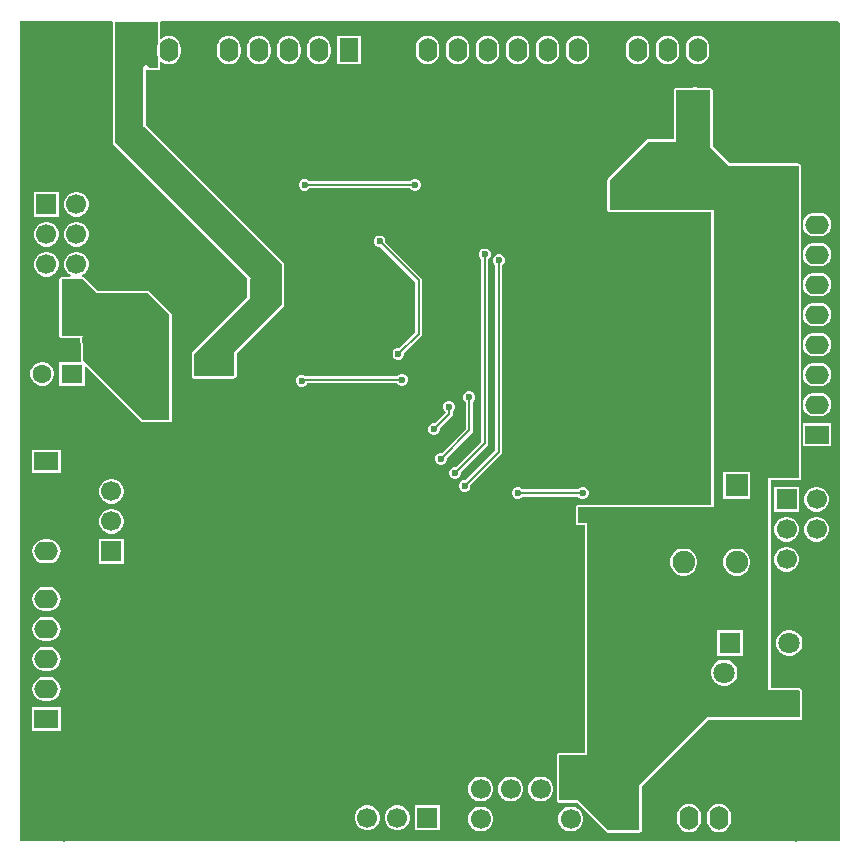
<source format=gbl>
G04*
G04 #@! TF.GenerationSoftware,Altium Limited,Altium Designer,25.0.2 (28)*
G04*
G04 Layer_Physical_Order=2*
G04 Layer_Color=16711680*
%FSLAX44Y44*%
%MOMM*%
G71*
G04*
G04 #@! TF.SameCoordinates,97E3B359-2EC6-4E4D-9D72-6E8A3178B65A*
G04*
G04*
G04 #@! TF.FilePolarity,Positive*
G04*
G01*
G75*
%ADD13C,0.2000*%
%ADD37R,2.0000X1.6000*%
%ADD38O,2.0000X1.6000*%
%ADD39R,1.6000X2.0000*%
%ADD40O,1.6000X2.0000*%
%ADD41C,1.9000*%
%ADD42R,1.9000X1.9000*%
%ADD43R,1.8000X1.8000*%
%ADD44C,1.8000*%
%ADD45C,1.7000*%
%ADD46R,1.7000X1.7000*%
%ADD47R,1.7000X1.7000*%
%ADD48C,7.4000*%
%ADD49R,1.8000X1.6000*%
%ADD50C,1.6000*%
%ADD51C,0.6000*%
G36*
X697000Y696000D02*
Y3000D01*
X3000D01*
Y698000D01*
X79865D01*
X80961Y697000D01*
Y595272D01*
X80961Y595272D01*
X81116Y594491D01*
X81558Y593830D01*
X81558Y593830D01*
X195178Y480210D01*
X195117Y480119D01*
X195101Y480033D01*
X195059Y479957D01*
X195024Y479646D01*
X194964Y479338D01*
X194989Y463813D01*
X148558Y417382D01*
X148116Y416720D01*
X147961Y415940D01*
Y397000D01*
X148116Y396220D01*
X148558Y395558D01*
X149220Y395116D01*
X150000Y394961D01*
X183000D01*
X183000Y394961D01*
X183780Y395116D01*
X184442Y395558D01*
X184442Y395558D01*
X185442Y396558D01*
X185884Y397220D01*
X186039Y398000D01*
Y416155D01*
X225442Y455558D01*
X225884Y456220D01*
X226039Y457000D01*
Y480000D01*
Y492000D01*
X226039Y492000D01*
X225884Y492780D01*
X225442Y493442D01*
X109039Y609845D01*
Y656418D01*
X110212Y656904D01*
X110558Y656558D01*
X111220Y656116D01*
X112000Y655961D01*
X119000D01*
X119780Y656116D01*
X120442Y656558D01*
X120884Y657220D01*
X121039Y658000D01*
Y662596D01*
X122309Y663222D01*
X123557Y662265D01*
X125990Y661257D01*
X128600Y660914D01*
X131210Y661257D01*
X133643Y662265D01*
X135732Y663868D01*
X137335Y665957D01*
X138343Y668390D01*
X138686Y671000D01*
Y675000D01*
X138343Y677611D01*
X137335Y680043D01*
X135732Y682132D01*
X133643Y683735D01*
X131210Y684743D01*
X128600Y685086D01*
X125990Y684743D01*
X123557Y683735D01*
X122309Y682778D01*
X121039Y683404D01*
Y697000D01*
X122135Y698000D01*
X695000D01*
X697000Y696000D01*
D02*
G37*
G36*
X93000Y697000D02*
X119000D01*
Y677955D01*
X118857Y677611D01*
X118514Y675000D01*
Y671000D01*
X118857Y668390D01*
X119000Y668045D01*
Y658000D01*
X112000D01*
X109000Y661000D01*
X107000Y659000D01*
Y609000D01*
X224000Y492000D01*
Y480000D01*
Y457000D01*
X184000Y417000D01*
Y398000D01*
X183000Y397000D01*
X150000D01*
Y415940D01*
X197030Y462970D01*
X197003Y479342D01*
X198272Y480000D01*
X83000Y595272D01*
Y697000D01*
X93000D01*
X93000Y697000D01*
D02*
G37*
%LPC*%
G36*
X291000Y685000D02*
X271000D01*
Y661000D01*
X291000D01*
Y685000D01*
D02*
G37*
G36*
X255600Y685086D02*
X252990Y684743D01*
X250557Y683735D01*
X248468Y682132D01*
X246865Y680043D01*
X245857Y677611D01*
X245514Y675000D01*
Y671000D01*
X245857Y668390D01*
X246865Y665957D01*
X248468Y663868D01*
X250557Y662265D01*
X252990Y661257D01*
X255600Y660914D01*
X258211Y661257D01*
X260643Y662265D01*
X262732Y663868D01*
X264335Y665957D01*
X265343Y668390D01*
X265686Y671000D01*
Y675000D01*
X265343Y677611D01*
X264335Y680043D01*
X262732Y682132D01*
X260643Y683735D01*
X258211Y684743D01*
X255600Y685086D01*
D02*
G37*
G36*
X230200D02*
X227589Y684743D01*
X225157Y683735D01*
X223068Y682132D01*
X221465Y680043D01*
X220457Y677611D01*
X220114Y675000D01*
Y671000D01*
X220457Y668390D01*
X221465Y665957D01*
X223068Y663868D01*
X225157Y662265D01*
X227589Y661257D01*
X230200Y660914D01*
X232810Y661257D01*
X235243Y662265D01*
X237332Y663868D01*
X238935Y665957D01*
X239943Y668390D01*
X240286Y671000D01*
Y675000D01*
X239943Y677611D01*
X238935Y680043D01*
X237332Y682132D01*
X235243Y683735D01*
X232810Y684743D01*
X230200Y685086D01*
D02*
G37*
G36*
X204800D02*
X202190Y684743D01*
X199757Y683735D01*
X197668Y682132D01*
X196065Y680043D01*
X195057Y677611D01*
X194714Y675000D01*
Y671000D01*
X195057Y668390D01*
X196065Y665957D01*
X197668Y663868D01*
X199757Y662265D01*
X202190Y661257D01*
X204800Y660914D01*
X207411Y661257D01*
X209843Y662265D01*
X211932Y663868D01*
X213535Y665957D01*
X214543Y668390D01*
X214886Y671000D01*
Y675000D01*
X214543Y677611D01*
X213535Y680043D01*
X211932Y682132D01*
X209843Y683735D01*
X207411Y684743D01*
X204800Y685086D01*
D02*
G37*
G36*
X179400D02*
X176789Y684743D01*
X174357Y683735D01*
X172268Y682132D01*
X170665Y680043D01*
X169657Y677611D01*
X169314Y675000D01*
Y671000D01*
X169657Y668390D01*
X170665Y665957D01*
X172268Y663868D01*
X174357Y662265D01*
X176789Y661257D01*
X179400Y660914D01*
X182010Y661257D01*
X184443Y662265D01*
X186532Y663868D01*
X188135Y665957D01*
X189143Y668390D01*
X189486Y671000D01*
Y675000D01*
X189143Y677611D01*
X188135Y680043D01*
X186532Y682132D01*
X184443Y683735D01*
X182010Y684743D01*
X179400Y685086D01*
D02*
G37*
G36*
X576200Y685086D02*
X573590Y684743D01*
X571157Y683735D01*
X569068Y682132D01*
X567465Y680043D01*
X566457Y677610D01*
X566114Y675000D01*
Y671000D01*
X566457Y668389D01*
X567465Y665957D01*
X569068Y663868D01*
X571157Y662265D01*
X573590Y661257D01*
X576200Y660914D01*
X578811Y661257D01*
X581243Y662265D01*
X583332Y663868D01*
X584935Y665957D01*
X585943Y668389D01*
X586286Y671000D01*
Y675000D01*
X585943Y677610D01*
X584935Y680043D01*
X583332Y682132D01*
X581243Y683735D01*
X578811Y684743D01*
X576200Y685086D01*
D02*
G37*
G36*
X550800D02*
X548190Y684743D01*
X545757Y683735D01*
X543668Y682132D01*
X542065Y680043D01*
X541057Y677610D01*
X540714Y675000D01*
Y671000D01*
X541057Y668389D01*
X542065Y665957D01*
X543668Y663868D01*
X545757Y662265D01*
X548190Y661257D01*
X550800Y660914D01*
X553410Y661257D01*
X555843Y662265D01*
X557932Y663868D01*
X559535Y665957D01*
X560543Y668389D01*
X560886Y671000D01*
Y675000D01*
X560543Y677610D01*
X559535Y680043D01*
X557932Y682132D01*
X555843Y683735D01*
X553410Y684743D01*
X550800Y685086D01*
D02*
G37*
G36*
X525400D02*
X522789Y684743D01*
X520357Y683735D01*
X518268Y682132D01*
X516665Y680043D01*
X515657Y677610D01*
X515314Y675000D01*
Y671000D01*
X515657Y668389D01*
X516665Y665957D01*
X518268Y663868D01*
X520357Y662265D01*
X522789Y661257D01*
X525400Y660914D01*
X528010Y661257D01*
X530443Y662265D01*
X532532Y663868D01*
X534135Y665957D01*
X535143Y668389D01*
X535486Y671000D01*
Y675000D01*
X535143Y677610D01*
X534135Y680043D01*
X532532Y682132D01*
X530443Y683735D01*
X528010Y684743D01*
X525400Y685086D01*
D02*
G37*
G36*
X474600D02*
X471990Y684743D01*
X469557Y683735D01*
X467468Y682132D01*
X465865Y680043D01*
X464857Y677610D01*
X464514Y675000D01*
Y671000D01*
X464857Y668389D01*
X465865Y665957D01*
X467468Y663868D01*
X469557Y662265D01*
X471990Y661257D01*
X474600Y660914D01*
X477211Y661257D01*
X479643Y662265D01*
X481732Y663868D01*
X483335Y665957D01*
X484343Y668389D01*
X484686Y671000D01*
Y675000D01*
X484343Y677610D01*
X483335Y680043D01*
X481732Y682132D01*
X479643Y683735D01*
X477211Y684743D01*
X474600Y685086D01*
D02*
G37*
G36*
X449200D02*
X446590Y684743D01*
X444157Y683735D01*
X442068Y682132D01*
X440465Y680043D01*
X439457Y677610D01*
X439114Y675000D01*
Y671000D01*
X439457Y668389D01*
X440465Y665957D01*
X442068Y663868D01*
X444157Y662265D01*
X446590Y661257D01*
X449200Y660914D01*
X451810Y661257D01*
X454243Y662265D01*
X456332Y663868D01*
X457935Y665957D01*
X458943Y668389D01*
X459286Y671000D01*
Y675000D01*
X458943Y677610D01*
X457935Y680043D01*
X456332Y682132D01*
X454243Y683735D01*
X451810Y684743D01*
X449200Y685086D01*
D02*
G37*
G36*
X423800D02*
X421189Y684743D01*
X418757Y683735D01*
X416668Y682132D01*
X415065Y680043D01*
X414057Y677610D01*
X413714Y675000D01*
Y671000D01*
X414057Y668389D01*
X415065Y665957D01*
X416668Y663868D01*
X418757Y662265D01*
X421189Y661257D01*
X423800Y660914D01*
X426410Y661257D01*
X428843Y662265D01*
X430932Y663868D01*
X432535Y665957D01*
X433543Y668389D01*
X433886Y671000D01*
Y675000D01*
X433543Y677610D01*
X432535Y680043D01*
X430932Y682132D01*
X428843Y683735D01*
X426410Y684743D01*
X423800Y685086D01*
D02*
G37*
G36*
X398400D02*
X395789Y684743D01*
X393357Y683735D01*
X391268Y682132D01*
X389665Y680043D01*
X388657Y677610D01*
X388314Y675000D01*
Y671000D01*
X388657Y668389D01*
X389665Y665957D01*
X391268Y663868D01*
X393357Y662265D01*
X395789Y661257D01*
X398400Y660914D01*
X401011Y661257D01*
X403443Y662265D01*
X405532Y663868D01*
X407135Y665957D01*
X408143Y668389D01*
X408486Y671000D01*
Y675000D01*
X408143Y677610D01*
X407135Y680043D01*
X405532Y682132D01*
X403443Y683735D01*
X401011Y684743D01*
X398400Y685086D01*
D02*
G37*
G36*
X373000D02*
X370390Y684743D01*
X367957Y683735D01*
X365868Y682132D01*
X364265Y680043D01*
X363257Y677610D01*
X362914Y675000D01*
Y671000D01*
X363257Y668389D01*
X364265Y665957D01*
X365868Y663868D01*
X367957Y662265D01*
X370390Y661257D01*
X373000Y660914D01*
X375611Y661257D01*
X378043Y662265D01*
X380132Y663868D01*
X381735Y665957D01*
X382743Y668389D01*
X383086Y671000D01*
Y675000D01*
X382743Y677610D01*
X381735Y680043D01*
X380132Y682132D01*
X378043Y683735D01*
X375611Y684743D01*
X373000Y685086D01*
D02*
G37*
G36*
X347600D02*
X344990Y684743D01*
X342557Y683735D01*
X340468Y682132D01*
X338865Y680043D01*
X337857Y677610D01*
X337514Y675000D01*
Y671000D01*
X337857Y668389D01*
X338865Y665957D01*
X340468Y663868D01*
X342557Y662265D01*
X344990Y661257D01*
X347600Y660914D01*
X350210Y661257D01*
X352643Y662265D01*
X354732Y663868D01*
X356335Y665957D01*
X357343Y668389D01*
X357686Y671000D01*
Y675000D01*
X357343Y677610D01*
X356335Y680043D01*
X354732Y682132D01*
X352643Y683735D01*
X350210Y684743D01*
X347600Y685086D01*
D02*
G37*
G36*
X337995Y564000D02*
X336005D01*
X334168Y563239D01*
X332900Y561971D01*
X247592D01*
X246412Y563151D01*
X244574Y563913D01*
X242585D01*
X240747Y563151D01*
X239341Y561745D01*
X238580Y559907D01*
Y557918D01*
X239341Y556080D01*
X240747Y554674D01*
X242585Y553913D01*
X244574D01*
X246412Y554674D01*
X247592Y555854D01*
X333075D01*
X334168Y554761D01*
X336005Y554000D01*
X337995D01*
X339832Y554761D01*
X341239Y556168D01*
X342000Y558005D01*
Y559995D01*
X341239Y561832D01*
X339832Y563239D01*
X337995Y564000D01*
D02*
G37*
G36*
X51782Y553000D02*
X49018D01*
X46347Y552284D01*
X43953Y550902D01*
X41998Y548947D01*
X40616Y546553D01*
X39900Y543882D01*
Y541118D01*
X40616Y538447D01*
X41998Y536053D01*
X43953Y534098D01*
X46347Y532716D01*
X49018Y532000D01*
X51782D01*
X54453Y532716D01*
X56847Y534098D01*
X58802Y536053D01*
X60184Y538447D01*
X60900Y541118D01*
Y543882D01*
X60184Y546553D01*
X58802Y548947D01*
X56847Y550902D01*
X54453Y552284D01*
X51782Y553000D01*
D02*
G37*
G36*
X35500D02*
X14500D01*
Y532000D01*
X35500D01*
Y553000D01*
D02*
G37*
G36*
X679500Y535386D02*
X675500D01*
X672889Y535043D01*
X670457Y534035D01*
X668368Y532432D01*
X666765Y530343D01*
X665757Y527910D01*
X665414Y525300D01*
X665757Y522690D01*
X666765Y520257D01*
X668368Y518168D01*
X670457Y516565D01*
X672889Y515557D01*
X675500Y515214D01*
X679500D01*
X682111Y515557D01*
X684543Y516565D01*
X686632Y518168D01*
X688235Y520257D01*
X689243Y522690D01*
X689586Y525300D01*
X689243Y527910D01*
X688235Y530343D01*
X686632Y532432D01*
X684543Y534035D01*
X682111Y535043D01*
X679500Y535386D01*
D02*
G37*
G36*
X51782Y527600D02*
X49018D01*
X46347Y526884D01*
X43953Y525502D01*
X41998Y523547D01*
X40616Y521153D01*
X39900Y518482D01*
Y515718D01*
X40616Y513047D01*
X41998Y510653D01*
X43953Y508698D01*
X46347Y507316D01*
X49018Y506600D01*
X51782D01*
X54453Y507316D01*
X56847Y508698D01*
X58802Y510653D01*
X60184Y513047D01*
X60900Y515718D01*
Y518482D01*
X60184Y521153D01*
X58802Y523547D01*
X56847Y525502D01*
X54453Y526884D01*
X51782Y527600D01*
D02*
G37*
G36*
X26382D02*
X23618D01*
X20947Y526884D01*
X18553Y525502D01*
X16598Y523547D01*
X15216Y521153D01*
X14500Y518482D01*
Y515718D01*
X15216Y513047D01*
X16598Y510653D01*
X18553Y508698D01*
X20947Y507316D01*
X23618Y506600D01*
X26382D01*
X29053Y507316D01*
X31447Y508698D01*
X33402Y510653D01*
X34784Y513047D01*
X35500Y515718D01*
Y518482D01*
X34784Y521153D01*
X33402Y523547D01*
X31447Y525502D01*
X29053Y526884D01*
X26382Y527600D01*
D02*
G37*
G36*
X679500Y509986D02*
X675500D01*
X672889Y509643D01*
X670457Y508635D01*
X668368Y507032D01*
X666765Y504943D01*
X665757Y502510D01*
X665414Y499900D01*
X665757Y497290D01*
X666765Y494857D01*
X668368Y492768D01*
X670457Y491165D01*
X672889Y490157D01*
X675500Y489814D01*
X679500D01*
X682111Y490157D01*
X684543Y491165D01*
X686632Y492768D01*
X688235Y494857D01*
X689243Y497290D01*
X689586Y499900D01*
X689243Y502510D01*
X688235Y504943D01*
X686632Y507032D01*
X684543Y508635D01*
X682111Y509643D01*
X679500Y509986D01*
D02*
G37*
G36*
X26382Y502200D02*
X23618D01*
X20947Y501484D01*
X18553Y500102D01*
X16598Y498147D01*
X15216Y495753D01*
X14500Y493082D01*
Y490318D01*
X15216Y487647D01*
X16598Y485253D01*
X18553Y483298D01*
X20947Y481916D01*
X23618Y481200D01*
X26382D01*
X29053Y481916D01*
X31447Y483298D01*
X33402Y485253D01*
X34784Y487647D01*
X35500Y490318D01*
Y493082D01*
X34784Y495753D01*
X33402Y498147D01*
X31447Y500102D01*
X29053Y501484D01*
X26382Y502200D01*
D02*
G37*
G36*
X679500Y484586D02*
X675500D01*
X672889Y484243D01*
X670457Y483235D01*
X668368Y481632D01*
X666765Y479543D01*
X665757Y477110D01*
X665414Y474500D01*
X665757Y471889D01*
X666765Y469457D01*
X668368Y467368D01*
X670457Y465765D01*
X672889Y464757D01*
X675500Y464414D01*
X679500D01*
X682111Y464757D01*
X684543Y465765D01*
X686632Y467368D01*
X688235Y469457D01*
X689243Y471889D01*
X689586Y474500D01*
X689243Y477110D01*
X688235Y479543D01*
X686632Y481632D01*
X684543Y483235D01*
X682111Y484243D01*
X679500Y484586D01*
D02*
G37*
G36*
Y459186D02*
X675500D01*
X672889Y458843D01*
X670457Y457835D01*
X668368Y456232D01*
X666765Y454143D01*
X665757Y451711D01*
X665414Y449100D01*
X665757Y446489D01*
X666765Y444057D01*
X668368Y441968D01*
X670457Y440365D01*
X672889Y439357D01*
X675500Y439014D01*
X679500D01*
X682111Y439357D01*
X684543Y440365D01*
X686632Y441968D01*
X688235Y444057D01*
X689243Y446489D01*
X689586Y449100D01*
X689243Y451711D01*
X688235Y454143D01*
X686632Y456232D01*
X684543Y457835D01*
X682111Y458843D01*
X679500Y459186D01*
D02*
G37*
G36*
Y433786D02*
X675500D01*
X672889Y433443D01*
X670457Y432435D01*
X668368Y430832D01*
X666765Y428743D01*
X665757Y426311D01*
X665414Y423700D01*
X665757Y421090D01*
X666765Y418657D01*
X668368Y416568D01*
X670457Y414965D01*
X672889Y413957D01*
X675500Y413614D01*
X679500D01*
X682111Y413957D01*
X684543Y414965D01*
X686632Y416568D01*
X688235Y418657D01*
X689243Y421090D01*
X689586Y423700D01*
X689243Y426311D01*
X688235Y428743D01*
X686632Y430832D01*
X684543Y432435D01*
X682111Y433443D01*
X679500Y433786D01*
D02*
G37*
G36*
X307995Y516000D02*
X306005D01*
X304168Y515239D01*
X302761Y513832D01*
X302000Y511995D01*
Y510005D01*
X302761Y508168D01*
X304168Y506761D01*
X306005Y506000D01*
X307674D01*
X336941Y476733D01*
Y434267D01*
X323674Y421000D01*
X322005D01*
X320168Y420239D01*
X318761Y418832D01*
X318000Y416995D01*
Y415005D01*
X318761Y413168D01*
X320168Y411761D01*
X322005Y411000D01*
X323995D01*
X325832Y411761D01*
X327239Y413168D01*
X328000Y415005D01*
Y416674D01*
X342163Y430837D01*
X342826Y431829D01*
X343059Y433000D01*
X343059Y433000D01*
Y478000D01*
X343059Y478000D01*
X342826Y479170D01*
X342163Y480163D01*
X342163Y480163D01*
X312000Y510326D01*
Y511995D01*
X311239Y513832D01*
X309832Y515239D01*
X307995Y516000D01*
D02*
G37*
G36*
X326995Y399000D02*
X325005D01*
X323168Y398239D01*
X321988Y397059D01*
X244121D01*
X244121Y397059D01*
X244030Y397041D01*
X243832Y397239D01*
X241995Y398000D01*
X240005D01*
X238168Y397239D01*
X236761Y395832D01*
X236000Y393995D01*
Y392005D01*
X236761Y390168D01*
X238168Y388761D01*
X240005Y388000D01*
X241995D01*
X243832Y388761D01*
X245239Y390168D01*
X245559Y390941D01*
X321988D01*
X323168Y389761D01*
X325005Y389000D01*
X326995D01*
X328832Y389761D01*
X330239Y391168D01*
X331000Y393005D01*
Y394995D01*
X330239Y396832D01*
X328832Y398239D01*
X326995Y399000D01*
D02*
G37*
G36*
X22617Y409000D02*
X19984D01*
X17440Y408318D01*
X15160Y407002D01*
X13298Y405140D01*
X11982Y402860D01*
X11300Y400317D01*
Y397683D01*
X11982Y395140D01*
X13298Y392860D01*
X15160Y390998D01*
X17440Y389682D01*
X19984Y389000D01*
X22617D01*
X25160Y389682D01*
X27440Y390998D01*
X29302Y392860D01*
X30619Y395140D01*
X31300Y397683D01*
Y400317D01*
X30619Y402860D01*
X29302Y405140D01*
X27440Y407002D01*
X25160Y408318D01*
X22617Y409000D01*
D02*
G37*
G36*
X679500Y408386D02*
X675500D01*
X672889Y408043D01*
X670457Y407035D01*
X668368Y405432D01*
X666765Y403343D01*
X665757Y400910D01*
X665414Y398300D01*
X665757Y395690D01*
X666765Y393257D01*
X668368Y391168D01*
X670457Y389565D01*
X672889Y388557D01*
X675500Y388214D01*
X679500D01*
X682111Y388557D01*
X684543Y389565D01*
X686632Y391168D01*
X688235Y393257D01*
X689243Y395690D01*
X689586Y398300D01*
X689243Y400910D01*
X688235Y403343D01*
X686632Y405432D01*
X684543Y407035D01*
X682111Y408043D01*
X679500Y408386D01*
D02*
G37*
G36*
Y382986D02*
X675500D01*
X672889Y382643D01*
X670457Y381635D01*
X668368Y380032D01*
X666765Y377943D01*
X665757Y375510D01*
X665414Y372900D01*
X665757Y370289D01*
X666765Y367857D01*
X668368Y365768D01*
X670457Y364165D01*
X672889Y363157D01*
X675500Y362814D01*
X679500D01*
X682111Y363157D01*
X684543Y364165D01*
X686632Y365768D01*
X688235Y367857D01*
X689243Y370289D01*
X689586Y372900D01*
X689243Y375510D01*
X688235Y377943D01*
X686632Y380032D01*
X684543Y381635D01*
X682111Y382643D01*
X679500Y382986D01*
D02*
G37*
G36*
X51782Y502200D02*
X49018D01*
X46347Y501484D01*
X43953Y500102D01*
X41998Y498147D01*
X40616Y495753D01*
X39900Y493082D01*
Y490318D01*
X40616Y487647D01*
X41998Y485253D01*
X43953Y483298D01*
X45665Y482309D01*
X45325Y481039D01*
X38000D01*
X37220Y480884D01*
X36558Y480442D01*
X36116Y479780D01*
X35961Y479000D01*
Y431000D01*
X36116Y430220D01*
X36558Y429558D01*
X37220Y429116D01*
X38000Y428961D01*
X53000D01*
Y427005D01*
X53761Y425168D01*
X53961Y424968D01*
Y411000D01*
X53961Y411000D01*
X54106Y410270D01*
X54112Y410212D01*
X53404Y409000D01*
X35700D01*
Y389000D01*
X57700D01*
Y404757D01*
X58873Y405243D01*
X105558Y358558D01*
X106220Y358116D01*
X107000Y357961D01*
X129000D01*
X129780Y358116D01*
X130442Y358558D01*
X130884Y359220D01*
X131039Y360000D01*
Y449000D01*
X130884Y449780D01*
X130442Y450442D01*
X112442Y468442D01*
X111780Y468884D01*
X111000Y469039D01*
X68845D01*
X57442Y480442D01*
X56780Y480884D01*
X56000Y481039D01*
X55475D01*
X55135Y482309D01*
X56847Y483298D01*
X58802Y485253D01*
X60184Y487647D01*
X60900Y490318D01*
Y493082D01*
X60184Y495753D01*
X58802Y498147D01*
X56847Y500102D01*
X54453Y501484D01*
X51782Y502200D01*
D02*
G37*
G36*
X366995Y376000D02*
X365005D01*
X363168Y375239D01*
X361761Y373832D01*
X361000Y371995D01*
Y370005D01*
X361761Y368168D01*
X362941Y366988D01*
Y366267D01*
X353674Y357000D01*
X352005D01*
X350168Y356239D01*
X348761Y354832D01*
X348000Y352995D01*
Y351005D01*
X348761Y349168D01*
X350168Y347761D01*
X352005Y347000D01*
X353995D01*
X355832Y347761D01*
X357239Y349168D01*
X358000Y351005D01*
Y352674D01*
X368163Y362837D01*
X368826Y363829D01*
X369059Y365000D01*
Y366988D01*
X370239Y368168D01*
X371000Y370005D01*
Y371995D01*
X370239Y373832D01*
X368832Y375239D01*
X366995Y376000D01*
D02*
G37*
G36*
X689500Y357500D02*
X665500D01*
Y337500D01*
X689500D01*
Y357500D01*
D02*
G37*
G36*
X383995Y384000D02*
X382005D01*
X380168Y383239D01*
X378761Y381832D01*
X378000Y379995D01*
Y378005D01*
X378761Y376168D01*
X379941Y374988D01*
Y352262D01*
X359674Y331995D01*
X358005D01*
X356168Y331233D01*
X354761Y329827D01*
X354000Y327989D01*
Y326000D01*
X354761Y324162D01*
X356168Y322756D01*
X358005Y321995D01*
X359995D01*
X361832Y322756D01*
X363239Y324162D01*
X364000Y326000D01*
Y327669D01*
X385163Y348832D01*
X385163Y348832D01*
X385826Y349824D01*
X386059Y350994D01*
X386059Y350995D01*
Y374988D01*
X387239Y376168D01*
X388000Y378005D01*
Y379995D01*
X387239Y381832D01*
X385832Y383239D01*
X383995Y384000D01*
D02*
G37*
G36*
X37000Y334800D02*
X13000D01*
Y314800D01*
X37000D01*
Y334800D01*
D02*
G37*
G36*
X396995Y505000D02*
X395005D01*
X393168Y504239D01*
X391761Y502832D01*
X391000Y500995D01*
Y499005D01*
X391761Y497168D01*
X392941Y495988D01*
Y341267D01*
X371674Y320000D01*
X370005D01*
X368168Y319239D01*
X366761Y317832D01*
X366000Y315995D01*
Y314005D01*
X366761Y312168D01*
X368168Y310761D01*
X370005Y310000D01*
X371995D01*
X373832Y310761D01*
X375239Y312168D01*
X376000Y314005D01*
Y315674D01*
X398163Y337837D01*
X398163Y337837D01*
X398826Y338829D01*
X399059Y340000D01*
X399059Y340000D01*
Y495988D01*
X400239Y497168D01*
X401000Y499005D01*
Y500995D01*
X400239Y502832D01*
X398832Y504239D01*
X396995Y505000D01*
D02*
G37*
G36*
X479995Y303000D02*
X478005D01*
X476168Y302239D01*
X474988Y301059D01*
X428012D01*
X426832Y302239D01*
X424995Y303000D01*
X423005D01*
X421168Y302239D01*
X419761Y300832D01*
X419000Y298995D01*
Y297005D01*
X419761Y295168D01*
X421168Y293761D01*
X423005Y293000D01*
X424995D01*
X426832Y293761D01*
X428012Y294941D01*
X474988D01*
X476168Y293761D01*
X478005Y293000D01*
X479995D01*
X481832Y293761D01*
X483239Y295168D01*
X484000Y297005D01*
Y298995D01*
X483239Y300832D01*
X481832Y302239D01*
X479995Y303000D01*
D02*
G37*
G36*
X408995Y500000D02*
X407005D01*
X405168Y499239D01*
X403761Y497832D01*
X403000Y495995D01*
Y494005D01*
X403761Y492168D01*
X404941Y490988D01*
Y334267D01*
X379674Y309000D01*
X378005D01*
X376168Y308239D01*
X374761Y306832D01*
X374000Y304995D01*
Y303005D01*
X374761Y301168D01*
X376168Y299761D01*
X378005Y299000D01*
X379995D01*
X381832Y299761D01*
X383239Y301168D01*
X384000Y303005D01*
Y304674D01*
X410163Y330837D01*
X410826Y331829D01*
X411059Y333000D01*
X411059Y333000D01*
Y490988D01*
X412239Y492168D01*
X413000Y494005D01*
Y495995D01*
X412239Y497832D01*
X410832Y499239D01*
X408995Y500000D01*
D02*
G37*
G36*
X81382Y309900D02*
X78618D01*
X75947Y309184D01*
X73553Y307802D01*
X71598Y305847D01*
X70216Y303453D01*
X69500Y300782D01*
Y298018D01*
X70216Y295347D01*
X71598Y292953D01*
X73553Y290998D01*
X75947Y289616D01*
X78618Y288900D01*
X81382D01*
X84053Y289616D01*
X86447Y290998D01*
X88402Y292953D01*
X89784Y295347D01*
X90500Y298018D01*
Y300782D01*
X89784Y303453D01*
X88402Y305847D01*
X86447Y307802D01*
X84053Y309184D01*
X81382Y309900D01*
D02*
G37*
G36*
X678382Y303300D02*
X675618D01*
X672947Y302584D01*
X670553Y301202D01*
X668598Y299247D01*
X667216Y296853D01*
X666500Y294182D01*
Y291418D01*
X667216Y288747D01*
X668598Y286353D01*
X670553Y284398D01*
X672947Y283016D01*
X675618Y282300D01*
X678382D01*
X681053Y283016D01*
X683447Y284398D01*
X685402Y286353D01*
X686784Y288747D01*
X687500Y291418D01*
Y294182D01*
X686784Y296853D01*
X685402Y299247D01*
X683447Y301202D01*
X681053Y302584D01*
X678382Y303300D01*
D02*
G37*
G36*
X662100D02*
X641100D01*
Y282300D01*
X662100D01*
Y303300D01*
D02*
G37*
G36*
X81382Y284500D02*
X78618D01*
X75947Y283784D01*
X73553Y282402D01*
X71598Y280447D01*
X70216Y278053D01*
X69500Y275382D01*
Y272618D01*
X70216Y269947D01*
X71598Y267553D01*
X73553Y265598D01*
X75947Y264216D01*
X78618Y263500D01*
X81382D01*
X84053Y264216D01*
X86447Y265598D01*
X88402Y267553D01*
X89784Y269947D01*
X90500Y272618D01*
Y275382D01*
X89784Y278053D01*
X88402Y280447D01*
X86447Y282402D01*
X84053Y283784D01*
X81382Y284500D01*
D02*
G37*
G36*
X678382Y277900D02*
X675618D01*
X672947Y277184D01*
X670553Y275802D01*
X668598Y273847D01*
X667216Y271453D01*
X666500Y268782D01*
Y266018D01*
X667216Y263347D01*
X668598Y260953D01*
X670553Y258998D01*
X672947Y257616D01*
X675618Y256900D01*
X678382D01*
X681053Y257616D01*
X683447Y258998D01*
X685402Y260953D01*
X686784Y263347D01*
X687500Y266018D01*
Y268782D01*
X686784Y271453D01*
X685402Y273847D01*
X683447Y275802D01*
X681053Y277184D01*
X678382Y277900D01*
D02*
G37*
G36*
X652982D02*
X650218D01*
X647547Y277184D01*
X645153Y275802D01*
X643198Y273847D01*
X641816Y271453D01*
X641100Y268782D01*
Y266018D01*
X641816Y263347D01*
X643198Y260953D01*
X645153Y258998D01*
X647547Y257616D01*
X650218Y256900D01*
X652982D01*
X655653Y257616D01*
X658047Y258998D01*
X660002Y260953D01*
X661384Y263347D01*
X662100Y266018D01*
Y268782D01*
X661384Y271453D01*
X660002Y273847D01*
X658047Y275802D01*
X655653Y277184D01*
X652982Y277900D01*
D02*
G37*
G36*
X27000Y258686D02*
X23000D01*
X20389Y258343D01*
X17957Y257335D01*
X15868Y255732D01*
X14265Y253643D01*
X13257Y251210D01*
X12914Y248600D01*
X13257Y245989D01*
X14265Y243557D01*
X15868Y241468D01*
X17957Y239865D01*
X20389Y238857D01*
X23000Y238514D01*
X27000D01*
X29611Y238857D01*
X32043Y239865D01*
X34132Y241468D01*
X35735Y243557D01*
X36743Y245989D01*
X37086Y248600D01*
X36743Y251210D01*
X35735Y253643D01*
X34132Y255732D01*
X32043Y257335D01*
X29611Y258343D01*
X27000Y258686D01*
D02*
G37*
G36*
X90500Y259100D02*
X69500D01*
Y238100D01*
X90500D01*
Y259100D01*
D02*
G37*
G36*
X652982Y252500D02*
X650218D01*
X647547Y251784D01*
X645153Y250402D01*
X643198Y248447D01*
X641816Y246053D01*
X641100Y243382D01*
Y240618D01*
X641816Y237947D01*
X643198Y235553D01*
X645153Y233598D01*
X647547Y232216D01*
X650218Y231500D01*
X652982D01*
X655653Y232216D01*
X658047Y233598D01*
X660002Y235553D01*
X661384Y237947D01*
X662100Y240618D01*
Y243382D01*
X661384Y246053D01*
X660002Y248447D01*
X658047Y250402D01*
X655653Y251784D01*
X652982Y252500D01*
D02*
G37*
G36*
X27000Y218386D02*
X23000D01*
X20389Y218043D01*
X17957Y217035D01*
X15868Y215432D01*
X14265Y213343D01*
X13257Y210910D01*
X12914Y208300D01*
X13257Y205690D01*
X14265Y203257D01*
X15868Y201168D01*
X17957Y199565D01*
X20389Y198557D01*
X23000Y198214D01*
X27000D01*
X29611Y198557D01*
X32043Y199565D01*
X34132Y201168D01*
X35735Y203257D01*
X36743Y205690D01*
X37086Y208300D01*
X36743Y210910D01*
X35735Y213343D01*
X34132Y215432D01*
X32043Y217035D01*
X29611Y218043D01*
X27000Y218386D01*
D02*
G37*
G36*
Y192986D02*
X23000D01*
X20389Y192643D01*
X17957Y191635D01*
X15868Y190032D01*
X14265Y187943D01*
X13257Y185511D01*
X12914Y182900D01*
X13257Y180289D01*
X14265Y177857D01*
X15868Y175768D01*
X17957Y174165D01*
X20389Y173157D01*
X23000Y172814D01*
X27000D01*
X29611Y173157D01*
X32043Y174165D01*
X34132Y175768D01*
X35735Y177857D01*
X36743Y180289D01*
X37086Y182900D01*
X36743Y185511D01*
X35735Y187943D01*
X34132Y190032D01*
X32043Y191635D01*
X29611Y192643D01*
X27000Y192986D01*
D02*
G37*
G36*
X655448Y182000D02*
X652552D01*
X649754Y181250D01*
X647246Y179802D01*
X645198Y177754D01*
X643750Y175246D01*
X643000Y172448D01*
Y169552D01*
X643750Y166754D01*
X645198Y164246D01*
X647246Y162198D01*
X649754Y160750D01*
X652552Y160000D01*
X655448D01*
X658246Y160750D01*
X660754Y162198D01*
X662802Y164246D01*
X664250Y166754D01*
X665000Y169552D01*
Y172448D01*
X664250Y175246D01*
X662802Y177754D01*
X660754Y179802D01*
X658246Y181250D01*
X655448Y182000D01*
D02*
G37*
G36*
X27000Y167586D02*
X23000D01*
X20389Y167243D01*
X17957Y166235D01*
X15868Y164632D01*
X14265Y162543D01*
X13257Y160110D01*
X12914Y157500D01*
X13257Y154889D01*
X14265Y152457D01*
X15868Y150368D01*
X17957Y148765D01*
X20389Y147757D01*
X23000Y147414D01*
X27000D01*
X29611Y147757D01*
X32043Y148765D01*
X34132Y150368D01*
X35735Y152457D01*
X36743Y154889D01*
X37086Y157500D01*
X36743Y160110D01*
X35735Y162543D01*
X34132Y164632D01*
X32043Y166235D01*
X29611Y167243D01*
X27000Y167586D01*
D02*
G37*
G36*
Y142186D02*
X23000D01*
X20389Y141843D01*
X17957Y140835D01*
X15868Y139232D01*
X14265Y137143D01*
X13257Y134711D01*
X12914Y132100D01*
X13257Y129489D01*
X14265Y127057D01*
X15868Y124968D01*
X17957Y123365D01*
X20389Y122357D01*
X23000Y122014D01*
X27000D01*
X29611Y122357D01*
X32043Y123365D01*
X34132Y124968D01*
X35735Y127057D01*
X36743Y129489D01*
X37086Y132100D01*
X36743Y134711D01*
X35735Y137143D01*
X34132Y139232D01*
X32043Y140835D01*
X29611Y141843D01*
X27000Y142186D01*
D02*
G37*
G36*
X37000Y116700D02*
X13000D01*
Y96700D01*
X37000D01*
Y116700D01*
D02*
G37*
G36*
X444782Y57900D02*
X442018D01*
X439347Y57184D01*
X436953Y55802D01*
X434998Y53847D01*
X433616Y51453D01*
X432900Y48782D01*
Y46018D01*
X433616Y43347D01*
X434998Y40953D01*
X436953Y38998D01*
X439347Y37616D01*
X442018Y36900D01*
X444782D01*
X447453Y37616D01*
X449847Y38998D01*
X451802Y40953D01*
X453184Y43347D01*
X453900Y46018D01*
Y48782D01*
X453184Y51453D01*
X451802Y53847D01*
X449847Y55802D01*
X447453Y57184D01*
X444782Y57900D01*
D02*
G37*
G36*
X419382D02*
X416618D01*
X413947Y57184D01*
X411553Y55802D01*
X409598Y53847D01*
X408216Y51453D01*
X407500Y48782D01*
Y46018D01*
X408216Y43347D01*
X409598Y40953D01*
X411553Y38998D01*
X413947Y37616D01*
X416618Y36900D01*
X419382D01*
X422053Y37616D01*
X424447Y38998D01*
X426402Y40953D01*
X427784Y43347D01*
X428500Y46018D01*
Y48782D01*
X427784Y51453D01*
X426402Y53847D01*
X424447Y55802D01*
X422053Y57184D01*
X419382Y57900D01*
D02*
G37*
G36*
X393982D02*
X391218D01*
X388547Y57184D01*
X386153Y55802D01*
X384198Y53847D01*
X382816Y51453D01*
X382100Y48782D01*
Y46018D01*
X382816Y43347D01*
X384198Y40953D01*
X386153Y38998D01*
X388547Y37616D01*
X391218Y36900D01*
X393982D01*
X396653Y37616D01*
X399047Y38998D01*
X401002Y40953D01*
X402384Y43347D01*
X403100Y46018D01*
Y48782D01*
X402384Y51453D01*
X401002Y53847D01*
X399047Y55802D01*
X396653Y57184D01*
X393982Y57900D01*
D02*
G37*
G36*
X357900Y33500D02*
X336900D01*
Y12500D01*
X357900D01*
Y33500D01*
D02*
G37*
G36*
X323382D02*
X320618D01*
X317947Y32784D01*
X315553Y31402D01*
X313598Y29447D01*
X312216Y27053D01*
X311500Y24382D01*
Y21618D01*
X312216Y18947D01*
X313598Y16553D01*
X315553Y14598D01*
X317947Y13216D01*
X320618Y12500D01*
X323382D01*
X326053Y13216D01*
X328447Y14598D01*
X330402Y16553D01*
X331784Y18947D01*
X332500Y21618D01*
Y24382D01*
X331784Y27053D01*
X330402Y29447D01*
X328447Y31402D01*
X326053Y32784D01*
X323382Y33500D01*
D02*
G37*
G36*
X297982D02*
X295218D01*
X292547Y32784D01*
X290153Y31402D01*
X288198Y29447D01*
X286816Y27053D01*
X286100Y24382D01*
Y21618D01*
X286816Y18947D01*
X288198Y16553D01*
X290153Y14598D01*
X292547Y13216D01*
X295218Y12500D01*
X297982D01*
X300653Y13216D01*
X303047Y14598D01*
X305002Y16553D01*
X306384Y18947D01*
X307100Y21618D01*
Y24382D01*
X306384Y27053D01*
X305002Y29447D01*
X303047Y31402D01*
X300653Y32784D01*
X297982Y33500D01*
D02*
G37*
G36*
X470182Y32500D02*
X467418D01*
X464747Y31784D01*
X462353Y30402D01*
X460398Y28447D01*
X459016Y26053D01*
X458300Y23382D01*
Y20618D01*
X459016Y17947D01*
X460398Y15553D01*
X462353Y13598D01*
X464747Y12216D01*
X467418Y11500D01*
X470182D01*
X472853Y12216D01*
X475247Y13598D01*
X477202Y15553D01*
X478584Y17947D01*
X479300Y20618D01*
Y23382D01*
X478584Y26053D01*
X477202Y28447D01*
X475247Y30402D01*
X472853Y31784D01*
X470182Y32500D01*
D02*
G37*
G36*
X393982D02*
X391218D01*
X388547Y31784D01*
X386153Y30402D01*
X384198Y28447D01*
X382816Y26053D01*
X382100Y23382D01*
Y20618D01*
X382816Y17947D01*
X384198Y15553D01*
X386153Y13598D01*
X388547Y12216D01*
X391218Y11500D01*
X393982D01*
X396653Y12216D01*
X399047Y13598D01*
X401002Y15553D01*
X402384Y17947D01*
X403100Y20618D01*
Y23382D01*
X402384Y26053D01*
X401002Y28447D01*
X399047Y30402D01*
X396653Y31784D01*
X393982Y32500D01*
D02*
G37*
G36*
X594400Y35086D02*
X591790Y34743D01*
X589357Y33735D01*
X587268Y32132D01*
X585665Y30043D01*
X584657Y27610D01*
X584314Y25000D01*
Y21000D01*
X584657Y18390D01*
X585665Y15957D01*
X587268Y13868D01*
X589357Y12265D01*
X591790Y11257D01*
X594400Y10914D01*
X597010Y11257D01*
X599443Y12265D01*
X601532Y13868D01*
X603135Y15957D01*
X604143Y18390D01*
X604486Y21000D01*
Y25000D01*
X604143Y27610D01*
X603135Y30043D01*
X601532Y32132D01*
X599443Y33735D01*
X597010Y34743D01*
X594400Y35086D01*
D02*
G37*
G36*
X569000D02*
X566390Y34743D01*
X563957Y33735D01*
X561868Y32132D01*
X560265Y30043D01*
X559257Y27610D01*
X558914Y25000D01*
Y21000D01*
X559257Y18390D01*
X560265Y15957D01*
X561868Y13868D01*
X563957Y12265D01*
X566390Y11257D01*
X569000Y10914D01*
X571610Y11257D01*
X574043Y12265D01*
X576132Y13868D01*
X577735Y15957D01*
X578743Y18390D01*
X579086Y21000D01*
Y25000D01*
X578743Y27610D01*
X577735Y30043D01*
X576132Y32132D01*
X574043Y33735D01*
X571610Y34743D01*
X569000Y35086D01*
D02*
G37*
G36*
X574995Y642000D02*
X573005D01*
X571168Y641239D01*
X570968Y641039D01*
X558000D01*
X557220Y640884D01*
X556558Y640442D01*
X556116Y639780D01*
X555961Y639000D01*
Y597539D01*
X534500D01*
X533720Y597384D01*
X533058Y596942D01*
X533058Y596942D01*
X500558Y564442D01*
X500116Y563780D01*
X499961Y563000D01*
Y538000D01*
X500116Y537220D01*
X500558Y536558D01*
X501220Y536116D01*
X502000Y535961D01*
X587961D01*
Y288039D01*
X475000D01*
X474220Y287884D01*
X473558Y287442D01*
X473116Y286780D01*
X472961Y286000D01*
Y273000D01*
X473116Y272220D01*
X473558Y271558D01*
X474220Y271116D01*
X475000Y270961D01*
X480961D01*
Y78039D01*
X459000D01*
X458220Y77884D01*
X457558Y77442D01*
X457116Y76780D01*
X456961Y76000D01*
Y38000D01*
X457116Y37220D01*
X457558Y36558D01*
X458220Y36116D01*
X459000Y35961D01*
X474415D01*
X498509Y11867D01*
X498764Y11440D01*
X498933Y11253D01*
X499073Y11043D01*
X499197Y10961D01*
X499297Y10850D01*
X499525Y10741D01*
X499734Y10601D01*
X499880Y10572D01*
X500015Y10508D01*
X500267Y10495D01*
X500515Y10446D01*
X527000D01*
X527780Y10601D01*
X528442Y11043D01*
X528884Y11705D01*
X529039Y12485D01*
Y50155D01*
X584845Y105961D01*
X663000D01*
X663780Y106116D01*
X664442Y106558D01*
X664884Y107220D01*
X665039Y108000D01*
Y130000D01*
X665039Y130000D01*
X664884Y130780D01*
X664442Y131442D01*
X664442Y131442D01*
X663442Y132442D01*
X662780Y132884D01*
X662000Y133039D01*
X638039D01*
Y308961D01*
X662000D01*
X662780Y309116D01*
X663442Y309558D01*
X663884Y310220D01*
X664039Y311000D01*
Y574586D01*
X663884Y575366D01*
X663442Y576028D01*
X662780Y576470D01*
X661780Y576884D01*
X661000Y577039D01*
X603845D01*
X589039Y591845D01*
Y639000D01*
X588884Y639780D01*
X588442Y640442D01*
X587780Y640884D01*
X587000Y641039D01*
X577032D01*
X576832Y641239D01*
X574995Y642000D01*
D02*
G37*
%LPD*%
G36*
X68000Y467000D02*
X111000D01*
X129000Y449000D01*
Y360000D01*
X107000D01*
X56000Y411000D01*
Y431000D01*
X38000D01*
Y479000D01*
X56000D01*
X68000Y467000D01*
D02*
G37*
G36*
X587000Y591000D02*
X603000Y575000D01*
X661000D01*
X662000Y574586D01*
Y311000D01*
X636000D01*
Y131000D01*
X662000D01*
X663000Y130000D01*
Y108000D01*
X584000D01*
X527000Y51000D01*
Y12485D01*
X500515D01*
X500130Y13130D01*
X475260Y38000D01*
X459000D01*
Y76000D01*
X483000D01*
Y273000D01*
X475000D01*
Y286000D01*
X590000D01*
Y538000D01*
X502000D01*
Y563000D01*
X534500Y595500D01*
X558000D01*
Y639000D01*
X587000D01*
Y591000D01*
D02*
G37*
%LPC*%
G36*
X621000Y316000D02*
X598000D01*
Y293000D01*
X621000D01*
Y316000D01*
D02*
G37*
G36*
X611014Y251000D02*
X607986D01*
X605061Y250216D01*
X602439Y248702D01*
X600298Y246561D01*
X598784Y243939D01*
X598000Y241014D01*
Y237986D01*
X598784Y235061D01*
X600298Y232439D01*
X602439Y230298D01*
X605061Y228784D01*
X607986Y228000D01*
X611014D01*
X613939Y228784D01*
X616561Y230298D01*
X618702Y232439D01*
X620216Y235061D01*
X621000Y237986D01*
Y241014D01*
X620216Y243939D01*
X618702Y246561D01*
X616561Y248702D01*
X613939Y250216D01*
X611014Y251000D01*
D02*
G37*
G36*
X566014D02*
X562986D01*
X560061Y250216D01*
X557439Y248702D01*
X555298Y246561D01*
X553784Y243939D01*
X553000Y241014D01*
Y237986D01*
X553784Y235061D01*
X555298Y232439D01*
X557439Y230298D01*
X560061Y228784D01*
X562986Y228000D01*
X566014D01*
X568939Y228784D01*
X571561Y230298D01*
X573702Y232439D01*
X575216Y235061D01*
X576000Y237986D01*
Y241014D01*
X575216Y243939D01*
X573702Y246561D01*
X571561Y248702D01*
X568939Y250216D01*
X566014Y251000D01*
D02*
G37*
G36*
X615000Y182000D02*
X593000D01*
Y160000D01*
X615000D01*
Y182000D01*
D02*
G37*
G36*
X600448Y157000D02*
X597552D01*
X594754Y156250D01*
X592246Y154802D01*
X590198Y152754D01*
X588750Y150246D01*
X588000Y147448D01*
Y144552D01*
X588750Y141754D01*
X590198Y139246D01*
X592246Y137198D01*
X594754Y135750D01*
X597552Y135000D01*
X600448D01*
X603246Y135750D01*
X605754Y137198D01*
X607802Y139246D01*
X609250Y141754D01*
X610000Y144552D01*
Y147448D01*
X609250Y150246D01*
X607802Y152754D01*
X605754Y154802D01*
X603246Y156250D01*
X600448Y157000D01*
D02*
G37*
%LPD*%
G36*
X568152Y248316D02*
X570309Y247071D01*
X572071Y245309D01*
X573316Y243152D01*
X573961Y240746D01*
Y238255D01*
X573316Y235848D01*
X572071Y233691D01*
X570309Y231929D01*
X568152Y230684D01*
X565746Y230039D01*
X563255D01*
X560848Y230684D01*
X558691Y231929D01*
X556930Y233691D01*
X555684Y235848D01*
X555039Y238255D01*
Y240746D01*
X555684Y243152D01*
X556930Y245309D01*
X558691Y247071D01*
X560848Y248316D01*
X563255Y248961D01*
X565746D01*
X568152Y248316D01*
D02*
G37*
D13*
X359000Y326995D02*
X383000Y350994D01*
Y379000D01*
X336913Y558913D02*
X337000Y559000D01*
X243579Y558913D02*
X336913D01*
X353000Y352000D02*
X366000Y365000D01*
Y371000D01*
X241000Y393000D02*
X241574Y393574D01*
X243695D02*
X244121Y394000D01*
X241574Y393574D02*
X243695D01*
X244121Y394000D02*
X326000D01*
X340000Y433000D02*
Y478000D01*
X323000Y416000D02*
X340000Y433000D01*
X396000Y340000D02*
Y500000D01*
X371000Y315000D02*
X396000Y340000D01*
X379000Y304000D02*
X408000Y333000D01*
Y495000D01*
X424000Y298000D02*
X479000D01*
X307000Y511000D02*
X340000Y478000D01*
D37*
X677500Y347500D02*
D03*
X25000Y324800D02*
D03*
Y106700D02*
D03*
D38*
X677500Y372900D02*
D03*
Y398300D02*
D03*
Y423700D02*
D03*
Y449100D02*
D03*
Y474500D02*
D03*
Y499900D02*
D03*
Y525300D02*
D03*
X25000Y299400D02*
D03*
Y274000D02*
D03*
Y248600D02*
D03*
Y132100D02*
D03*
Y157500D02*
D03*
Y182900D02*
D03*
Y208300D02*
D03*
D39*
X281000Y673000D02*
D03*
X518200Y23000D02*
D03*
X601600Y673000D02*
D03*
D40*
X255600Y673000D02*
D03*
X230200D02*
D03*
X204800D02*
D03*
X179400D02*
D03*
X154000D02*
D03*
X128600D02*
D03*
X103200D02*
D03*
X594400Y23000D02*
D03*
X569000D02*
D03*
X543600D02*
D03*
X576200Y673000D02*
D03*
X550800D02*
D03*
X525400D02*
D03*
X500000D02*
D03*
X474600D02*
D03*
X449200D02*
D03*
X423800D02*
D03*
X398400D02*
D03*
X373000D02*
D03*
X322200D02*
D03*
X347600D02*
D03*
D41*
X564500Y239500D02*
D03*
X609500D02*
D03*
X564500Y304500D02*
D03*
D42*
X609500D02*
D03*
D43*
X604000Y171000D02*
D03*
D44*
X659000Y146000D02*
D03*
X599000D02*
D03*
X654000Y121000D02*
D03*
X604000D02*
D03*
X654000Y171000D02*
D03*
D45*
X80000Y299400D02*
D03*
Y274000D02*
D03*
X296600Y23000D02*
D03*
X322000D02*
D03*
X50400Y491700D02*
D03*
X25000D02*
D03*
Y466300D02*
D03*
X50400D02*
D03*
X25000Y517100D02*
D03*
X50400D02*
D03*
Y542500D02*
D03*
X418000Y22000D02*
D03*
Y47400D02*
D03*
X392600D02*
D03*
Y22000D02*
D03*
X443400Y47400D02*
D03*
Y22000D02*
D03*
X468800D02*
D03*
X677000Y292800D02*
D03*
Y267400D02*
D03*
Y242000D02*
D03*
X651600Y267400D02*
D03*
Y242000D02*
D03*
D46*
X80000Y248600D02*
D03*
X25000Y542500D02*
D03*
X651600Y292800D02*
D03*
D47*
X347400Y23000D02*
D03*
X468800Y47400D02*
D03*
D48*
X40000Y660000D02*
D03*
X660000Y40000D02*
D03*
Y660000D02*
D03*
X40000Y40000D02*
D03*
D49*
X46700Y399000D02*
D03*
D50*
X21300D02*
D03*
D51*
X549000Y122000D02*
D03*
Y129000D02*
D03*
X330000Y461000D02*
D03*
X7000Y273000D02*
D03*
Y282000D02*
D03*
Y290000D02*
D03*
Y298000D02*
D03*
X125250Y210250D02*
D03*
X131000Y216000D02*
D03*
X691000Y324000D02*
D03*
X162000Y306000D02*
D03*
X170000D02*
D03*
X137000Y443000D02*
D03*
X594500Y446500D02*
D03*
X202000Y460000D02*
D03*
X197000Y455000D02*
D03*
X243579Y558913D02*
D03*
X449000Y444000D02*
D03*
X359000Y326995D02*
D03*
X353000Y352000D02*
D03*
X58000Y428000D02*
D03*
X74000Y460000D02*
D03*
X11000Y443000D02*
D03*
X148000D02*
D03*
X139000Y413000D02*
D03*
X86000Y329000D02*
D03*
X80000Y373000D02*
D03*
X225000Y435000D02*
D03*
X250000Y445000D02*
D03*
X470000Y99000D02*
D03*
X279000Y197000D02*
D03*
X179000Y306000D02*
D03*
X119000Y279000D02*
D03*
X279000Y187000D02*
D03*
X54000Y214000D02*
D03*
X544000Y311000D02*
D03*
X531000D02*
D03*
X576000Y81000D02*
D03*
X583000Y90000D02*
D03*
X520000Y311000D02*
D03*
X501000Y188000D02*
D03*
X241000Y393000D02*
D03*
X479000Y278000D02*
D03*
X491000Y245000D02*
D03*
X613000Y257000D02*
D03*
Y265000D02*
D03*
X656000Y338000D02*
D03*
X639000Y346000D02*
D03*
X592000Y566000D02*
D03*
X591000Y553000D02*
D03*
X574000Y637000D02*
D03*
X580000Y581000D02*
D03*
X602000Y439000D02*
D03*
X115191Y635191D02*
D03*
X312000Y650000D02*
D03*
X617000Y617000D02*
D03*
X647000Y602000D02*
D03*
X596000Y637000D02*
D03*
X476000Y552000D02*
D03*
X381000Y461000D02*
D03*
X122000Y410000D02*
D03*
X366000Y371000D02*
D03*
X396000Y500000D02*
D03*
X408000Y495000D02*
D03*
X383000Y379000D02*
D03*
X379000Y304000D02*
D03*
X371000Y315000D02*
D03*
X479000Y298000D02*
D03*
X424000D02*
D03*
X326000Y394000D02*
D03*
X323000Y416000D02*
D03*
X498959Y477500D02*
D03*
X337000Y559000D02*
D03*
X307000Y511000D02*
D03*
M02*

</source>
